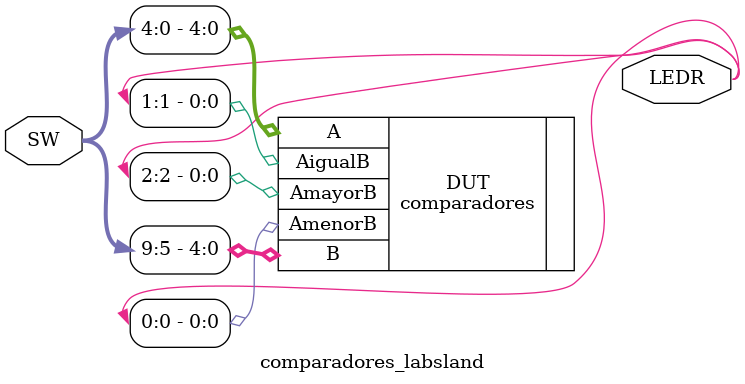
<source format=v>
module comparadores_labsland(
//entradas y salidas
//modo tipo ancho nombre
 input  [9:0] SW,
 output [2:0] LEDR
);
//********************************
//conexion del circuito
comparadores DUT(
.A(SW[4:0]),
.B(SW[9:5]),
.AmayorB(LEDR[2]),
.AmenorB(LEDR[0]),
.AigualB(LEDR[1])
);

endmodule
</source>
